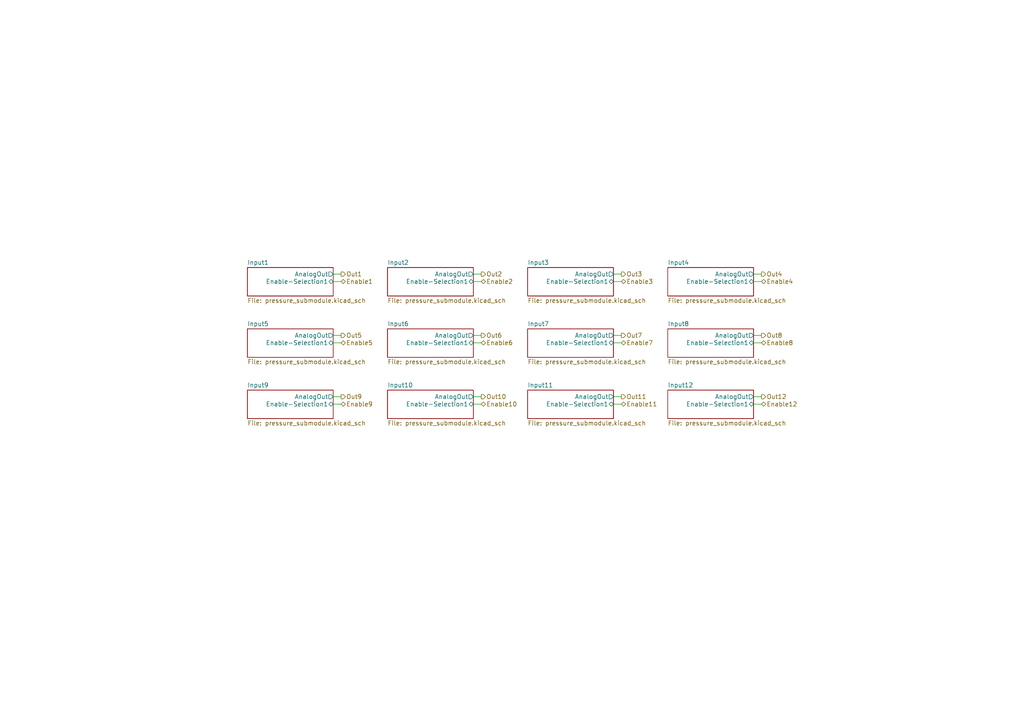
<source format=kicad_sch>
(kicad_sch (version 20211123) (generator eeschema)
  (paper "A4")
  (lib_symbols)
  (wire (pts (xy 218.567 99.441) (xy 220.853 99.441)))
  (wire (pts (xy 218.567 97.282) (xy 220.853 97.282)))
  (wire (pts (xy 96.647 79.502) (xy 98.933 79.502)))
  (wire (pts (xy 218.567 79.502) (xy 220.853 79.502)))
  (wire (pts (xy 96.647 117.221) (xy 98.933 117.221)))
  (wire (pts (xy 177.927 81.661) (xy 180.213 81.661)))
  (wire (pts (xy 177.927 117.221) (xy 180.213 117.221)))
  (wire (pts (xy 96.647 81.661) (xy 98.933 81.661)))
  (wire (pts (xy 177.927 79.502) (xy 180.213 79.502)))
  (wire (pts (xy 218.567 81.661) (xy 220.853 81.661)))
  (wire (pts (xy 137.287 81.661) (xy 139.573 81.661)))
  (wire (pts (xy 177.927 97.282) (xy 180.213 97.282)))
  (wire (pts (xy 177.927 99.441) (xy 180.213 99.441)))
  (wire (pts (xy 137.287 99.441) (xy 139.573 99.441)))
  (wire (pts (xy 137.287 79.502) (xy 139.573 79.502)))
  (wire (pts (xy 96.647 115.062) (xy 98.933 115.062)))
  (wire (pts (xy 218.567 115.062) (xy 220.853 115.062)))
  (wire (pts (xy 137.287 115.062) (xy 139.573 115.062)))
  (wire (pts (xy 96.647 99.441) (xy 98.933 99.441)))
  (wire (pts (xy 96.647 97.282) (xy 98.933 97.282)))
  (wire (pts (xy 177.927 115.062) (xy 180.213 115.062)))
  (wire (pts (xy 218.567 117.221) (xy 220.853 117.221)))
  (wire (pts (xy 137.287 117.221) (xy 139.573 117.221)))
  (wire (pts (xy 137.287 97.282) (xy 139.573 97.282)))
  (hierarchical_label "Out11" (shape output) (at 180.213 115.062 0))
  (hierarchical_label "Enable6" (shape bidirectional) (at 139.573 99.441 0))
  (hierarchical_label "Out12" (shape output) (at 220.853 115.062 0))
  (hierarchical_label "Enable7" (shape bidirectional) (at 180.213 99.441 0))
  (hierarchical_label "Enable1" (shape bidirectional) (at 98.933 81.661 0))
  (hierarchical_label "Enable4" (shape bidirectional) (at 220.853 81.661 0))
  (hierarchical_label "Out5" (shape output) (at 98.933 97.282 0))
  (hierarchical_label "Out1" (shape output) (at 98.933 79.502 0))
  (hierarchical_label "Enable10" (shape bidirectional) (at 139.573 117.221 0))
  (hierarchical_label "Out10" (shape output) (at 139.573 115.062 0))
  (hierarchical_label "Out7" (shape output) (at 180.213 97.282 0))
  (hierarchical_label "Enable11" (shape bidirectional) (at 180.213 117.221 0))
  (hierarchical_label "Enable9" (shape bidirectional) (at 98.933 117.221 0))
  (hierarchical_label "Enable12" (shape bidirectional) (at 220.853 117.221 0))
  (hierarchical_label "Enable8" (shape bidirectional) (at 220.853 99.441 0))
  (hierarchical_label "Enable5" (shape bidirectional) (at 98.933 99.441 0))
  (hierarchical_label "Out4" (shape output) (at 220.853 79.502 0))
  (hierarchical_label "Out8" (shape output) (at 220.853 97.282 0))
  (hierarchical_label "Out9" (shape output) (at 98.933 115.062 0))
  (hierarchical_label "Out6" (shape output) (at 139.573 97.282 0))
  (hierarchical_label "Enable2" (shape bidirectional) (at 139.573 81.661 0))
  (hierarchical_label "Enable3" (shape bidirectional) (at 180.213 81.661 0))
  (hierarchical_label "Out2" (shape output) (at 139.573 79.502 0))
  (hierarchical_label "Out3" (shape output) (at 180.213 79.502 0))
  (sheet (at 193.675 95.377) (size 24.892 8.255) (stroke (width 0.1524))
    (property "Sheet name" "Input8" (at 193.675 94.6654 0) (effects (justify left bottom)))
    (property "Sheet file" "pressure_submodule.kicad_sch" (at 193.675 104.2166 0) (effects (justify left top)))
    (pin "Enable-Selection1" bidirectional (at 218.567 99.441 0))
    (pin "AnalogOut" output (at 218.567 97.282 0))
  )
  (sheet (at 153.035 113.157) (size 24.892 8.255) (stroke (width 0.1524))
    (property "Sheet name" "Input11" (at 153.035 112.4454 0) (effects (justify left bottom)))
    (property "Sheet file" "pressure_submodule.kicad_sch" (at 153.035 121.9966 0) (effects (justify left top)))
    (pin "Enable-Selection1" bidirectional (at 177.927 117.221 0))
    (pin "AnalogOut" output (at 177.927 115.062 0))
  )
  (sheet (at 71.755 77.597) (size 24.892 8.255) (stroke (width 0.1524))
    (property "Sheet name" "Input1" (at 71.755 76.8854 0) (effects (justify left bottom)))
    (property "Sheet file" "pressure_submodule.kicad_sch" (at 71.755 86.4366 0) (effects (justify left top)))
    (pin "Enable-Selection1" bidirectional (at 96.647 81.661 0))
    (pin "AnalogOut" output (at 96.647 79.502 0))
  )
  (sheet (at 193.675 113.157) (size 24.892 8.255) (stroke (width 0.1524))
    (property "Sheet name" "Input12" (at 193.675 112.4454 0) (effects (justify left bottom)))
    (property "Sheet file" "pressure_submodule.kicad_sch" (at 193.675 121.9966 0) (effects (justify left top)))
    (pin "Enable-Selection1" bidirectional (at 218.567 117.221 0))
    (pin "AnalogOut" output (at 218.567 115.062 0))
  )
  (sheet (at 193.675 77.597) (size 24.892 8.255) (stroke (width 0.1524))
    (property "Sheet name" "Input4" (at 193.675 76.8854 0) (effects (justify left bottom)))
    (property "Sheet file" "pressure_submodule.kicad_sch" (at 193.675 86.4366 0) (effects (justify left top)))
    (pin "Enable-Selection1" bidirectional (at 218.567 81.661 0))
    (pin "AnalogOut" output (at 218.567 79.502 0))
  )
  (sheet (at 112.395 95.377) (size 24.892 8.255) (stroke (width 0.1524))
    (property "Sheet name" "Input6" (at 112.395 94.6654 0) (effects (justify left bottom)))
    (property "Sheet file" "pressure_submodule.kicad_sch" (at 112.395 104.2166 0) (effects (justify left top)))
    (pin "Enable-Selection1" bidirectional (at 137.287 99.441 0))
    (pin "AnalogOut" output (at 137.287 97.282 0))
  )
  (sheet (at 153.035 95.377) (size 24.892 8.255) (stroke (width 0.1524))
    (property "Sheet name" "Input7" (at 153.035 94.6654 0) (effects (justify left bottom)))
    (property "Sheet file" "pressure_submodule.kicad_sch" (at 153.035 104.2166 0) (effects (justify left top)))
    (pin "Enable-Selection1" bidirectional (at 177.927 99.441 0))
    (pin "AnalogOut" output (at 177.927 97.282 0))
  )
  (sheet (at 112.395 77.597) (size 24.892 8.255) (stroke (width 0.1524))
    (property "Sheet name" "Input2" (at 112.395 76.8854 0) (effects (justify left bottom)))
    (property "Sheet file" "pressure_submodule.kicad_sch" (at 112.395 86.4366 0) (effects (justify left top)))
    (pin "Enable-Selection1" bidirectional (at 137.287 81.661 0))
    (pin "AnalogOut" output (at 137.287 79.502 0))
  )
  (sheet (at 153.035 77.597) (size 24.892 8.255) (stroke (width 0.1524))
    (property "Sheet name" "Input3" (at 153.035 76.8854 0) (effects (justify left bottom)))
    (property "Sheet file" "pressure_submodule.kicad_sch" (at 153.035 86.4366 0) (effects (justify left top)))
    (pin "Enable-Selection1" bidirectional (at 177.927 81.661 0))
    (pin "AnalogOut" output (at 177.927 79.502 0))
  )
  (sheet (at 71.755 95.377) (size 24.892 8.255) (stroke (width 0.1524))
    (property "Sheet name" "Input5" (at 71.755 94.6654 0) (effects (justify left bottom)))
    (property "Sheet file" "pressure_submodule.kicad_sch" (at 71.755 104.2166 0) (effects (justify left top)))
    (pin "Enable-Selection1" bidirectional (at 96.647 99.441 0))
    (pin "AnalogOut" output (at 96.647 97.282 0))
  )
  (sheet (at 71.755 113.157) (size 24.892 8.255) (stroke (width 0.1524))
    (property "Sheet name" "Input9" (at 71.755 112.4454 0) (effects (justify left bottom)))
    (property "Sheet file" "pressure_submodule.kicad_sch" (at 71.755 121.9966 0) (effects (justify left top)))
    (pin "Enable-Selection1" bidirectional (at 96.647 117.221 0))
    (pin "AnalogOut" output (at 96.647 115.062 0))
  )
  (sheet (at 112.395 113.157) (size 24.892 8.255) (stroke (width 0.1524))
    (property "Sheet name" "Input10" (at 112.395 112.4454 0) (effects (justify left bottom)))
    (property "Sheet file" "pressure_submodule.kicad_sch" (at 112.395 121.9966 0) (effects (justify left top)))
    (pin "Enable-Selection1" bidirectional (at 137.287 117.221 0))
    (pin "AnalogOut" output (at 137.287 115.062 0))
  )
)
</source>
